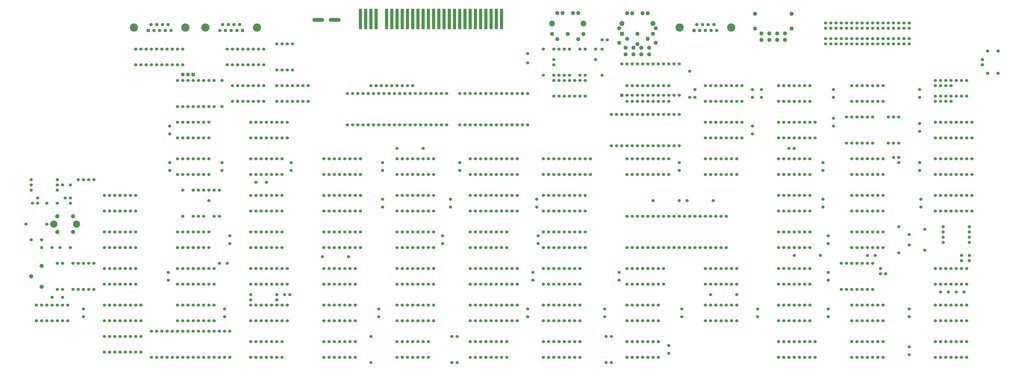
<source format=gbs>
%TF.GenerationSoftware,KiCad,Pcbnew,7.0.1-0*%
%TF.CreationDate,2023-04-04T14:40:02+03:00*%
%TF.ProjectId,HC2000,48433230-3030-42e6-9b69-6361645f7063,rev?*%
%TF.SameCoordinates,Original*%
%TF.FileFunction,Soldermask,Bot*%
%TF.FilePolarity,Negative*%
%FSLAX46Y46*%
G04 Gerber Fmt 4.6, Leading zero omitted, Abs format (unit mm)*
G04 Created by KiCad (PCBNEW 7.0.1-0) date 2023-04-04 14:40:02*
%MOMM*%
%LPD*%
G01*
G04 APERTURE LIST*
G04 Aperture macros list*
%AMRoundRect*
0 Rectangle with rounded corners*
0 $1 Rounding radius*
0 $2 $3 $4 $5 $6 $7 $8 $9 X,Y pos of 4 corners*
0 Add a 4 corners polygon primitive as box body*
4,1,4,$2,$3,$4,$5,$6,$7,$8,$9,$2,$3,0*
0 Add four circle primitives for the rounded corners*
1,1,$1+$1,$2,$3*
1,1,$1+$1,$4,$5*
1,1,$1+$1,$6,$7*
1,1,$1+$1,$8,$9*
0 Add four rect primitives between the rounded corners*
20,1,$1+$1,$2,$3,$4,$5,0*
20,1,$1+$1,$4,$5,$6,$7,0*
20,1,$1+$1,$6,$7,$8,$9,0*
20,1,$1+$1,$8,$9,$2,$3,0*%
G04 Aperture macros list end*
%ADD10C,1.524000*%
%ADD11C,2.794000*%
%ADD12C,1.948180*%
%ADD13RoundRect,0.381000X-0.381000X-4.619000X0.381000X-4.619000X0.381000X4.619000X-0.381000X4.619000X0*%
%ADD14R,1.800000X1.800000*%
%ADD15O,1.800000X1.800000*%
%ADD16C,4.000000*%
%ADD17R,1.600000X1.600000*%
%ADD18C,1.600000*%
%ADD19C,2.000000*%
%ADD20R,1.524000X1.524000*%
%ADD21C,2.397760*%
%ADD22R,1.948180X1.948180*%
%ADD23O,5.715000X1.905000*%
%ADD24C,3.500000*%
G04 APERTURE END LIST*
D10*
X523900000Y-153110000D03*
X523900000Y-165810000D03*
X275615000Y-193115000D03*
X275615000Y-196925000D03*
X506120000Y-236930000D03*
X506120000Y-224230000D03*
D11*
X373170000Y-107620000D03*
X357930000Y-107620000D03*
D12*
X357930000Y-112700000D03*
X365550000Y-112700000D03*
X373170000Y-112700000D03*
X360470000Y-115240000D03*
X370630000Y-115240000D03*
X370630000Y-102540000D03*
X368090000Y-102540000D03*
X363010000Y-102540000D03*
X360470000Y-102540000D03*
D10*
X155600000Y-127710000D03*
X158140000Y-127710000D03*
X160680000Y-127710000D03*
X163220000Y-127710000D03*
X165760000Y-127710000D03*
X168300000Y-127710000D03*
X170840000Y-127710000D03*
X173380000Y-127710000D03*
X175920000Y-127710000D03*
X178460000Y-127710000D03*
X178460000Y-120090000D03*
X175920000Y-120090000D03*
X173380000Y-120090000D03*
X170840000Y-120090000D03*
X168300000Y-120090000D03*
X165760000Y-120090000D03*
X163220000Y-120090000D03*
X160680000Y-120090000D03*
X158140000Y-120090000D03*
X155600000Y-120090000D03*
D12*
X390550000Y-109930000D03*
X390550000Y-117055000D03*
X408330000Y-109930000D03*
X408330000Y-117055000D03*
X393725000Y-119455000D03*
X393725000Y-122630000D03*
X397535000Y-119455000D03*
X397535000Y-122630000D03*
X401345000Y-119455000D03*
X401345000Y-122630000D03*
X405155000Y-119455000D03*
X405155000Y-122630000D03*
D10*
X193700000Y-201370000D03*
X193700000Y-188670000D03*
X282600000Y-234390000D03*
X285140000Y-234390000D03*
X287680000Y-234390000D03*
X290220000Y-234390000D03*
X292760000Y-234390000D03*
X295300000Y-234390000D03*
X297840000Y-234390000D03*
X300380000Y-234390000D03*
X300380000Y-226770000D03*
X297840000Y-226770000D03*
X295300000Y-226770000D03*
X292760000Y-226770000D03*
X290220000Y-226770000D03*
X287680000Y-226770000D03*
X285140000Y-226770000D03*
X282600000Y-226770000D03*
D13*
X264820000Y-105485000D03*
X267360000Y-105485000D03*
X269900000Y-105485000D03*
X272440000Y-105485000D03*
X277520000Y-105485000D03*
X280060000Y-105485000D03*
X282600000Y-105485000D03*
X285140000Y-105485000D03*
X287680000Y-105485000D03*
X290220000Y-105485000D03*
X292760000Y-105485000D03*
X295300000Y-105485000D03*
X297840000Y-105485000D03*
X300380000Y-105485000D03*
X302920000Y-105485000D03*
X305460000Y-105485000D03*
X308000000Y-105485000D03*
X310540000Y-105485000D03*
X313080000Y-105485000D03*
X315620000Y-105485000D03*
X318160000Y-105485000D03*
X320700000Y-105485000D03*
X323240000Y-105485000D03*
X325780000Y-105485000D03*
X328320000Y-105485000D03*
X330860000Y-105485000D03*
X333400000Y-105485000D03*
D10*
X503580000Y-224230000D03*
X503580000Y-236930000D03*
X197510000Y-135330000D03*
X197510000Y-148030000D03*
X414680000Y-264235000D03*
X414680000Y-268045000D03*
X231165000Y-175335000D03*
X231165000Y-179145000D03*
X503580000Y-145490000D03*
X506120000Y-145490000D03*
X508660000Y-145490000D03*
X511200000Y-145490000D03*
X513740000Y-145490000D03*
X516280000Y-145490000D03*
X518820000Y-145490000D03*
X518820000Y-137870000D03*
X516280000Y-137870000D03*
X513740000Y-137870000D03*
X511200000Y-137870000D03*
X508660000Y-137870000D03*
X506120000Y-137870000D03*
X503580000Y-137870000D03*
X432460000Y-163270000D03*
X435000000Y-163270000D03*
X437540000Y-163270000D03*
X440080000Y-163270000D03*
X442620000Y-163270000D03*
X445160000Y-163270000D03*
X447700000Y-163270000D03*
X450240000Y-163270000D03*
X450240000Y-155650000D03*
X447700000Y-155650000D03*
X445160000Y-155650000D03*
X442620000Y-155650000D03*
X440080000Y-155650000D03*
X437540000Y-155650000D03*
X435000000Y-155650000D03*
X432460000Y-155650000D03*
X171475000Y-228675000D03*
X171475000Y-232485000D03*
X107340000Y-252170000D03*
X109880000Y-252170000D03*
X112420000Y-252170000D03*
X114960000Y-252170000D03*
X117500000Y-252170000D03*
X120040000Y-252170000D03*
X122580000Y-252170000D03*
X122580000Y-244550000D03*
X120040000Y-244550000D03*
X117500000Y-244550000D03*
X114960000Y-244550000D03*
X112420000Y-244550000D03*
X109880000Y-244550000D03*
X107340000Y-244550000D03*
X513740000Y-236930000D03*
X513740000Y-224230000D03*
X231800000Y-117550000D03*
X231800000Y-130250000D03*
X247040000Y-181050000D03*
X249580000Y-181050000D03*
X252120000Y-181050000D03*
X254660000Y-181050000D03*
X257200000Y-181050000D03*
X259740000Y-181050000D03*
X262280000Y-181050000D03*
X264820000Y-181050000D03*
X264820000Y-173430000D03*
X262280000Y-173430000D03*
X259740000Y-173430000D03*
X257200000Y-173430000D03*
X254660000Y-173430000D03*
X252120000Y-173430000D03*
X249580000Y-173430000D03*
X247040000Y-173430000D03*
X175920000Y-181050000D03*
X178460000Y-181050000D03*
X181000000Y-181050000D03*
X183540000Y-181050000D03*
X186080000Y-181050000D03*
X188620000Y-181050000D03*
X191160000Y-181050000D03*
X191160000Y-173430000D03*
X188620000Y-173430000D03*
X186080000Y-173430000D03*
X183540000Y-173430000D03*
X181000000Y-173430000D03*
X178460000Y-173430000D03*
X175920000Y-173430000D03*
X175920000Y-269950000D03*
X175920000Y-257250000D03*
X211480000Y-234390000D03*
X214020000Y-234390000D03*
X216560000Y-234390000D03*
X219100000Y-234390000D03*
X221640000Y-234390000D03*
X224180000Y-234390000D03*
X226720000Y-234390000D03*
X229260000Y-234390000D03*
X229260000Y-226770000D03*
X226720000Y-226770000D03*
X224180000Y-226770000D03*
X221640000Y-226770000D03*
X219100000Y-226770000D03*
X216560000Y-226770000D03*
X214020000Y-226770000D03*
X211480000Y-226770000D03*
X457860000Y-246455000D03*
X457860000Y-250265000D03*
X394360000Y-181050000D03*
X396900000Y-181050000D03*
X399440000Y-181050000D03*
X401980000Y-181050000D03*
X404520000Y-181050000D03*
X407060000Y-181050000D03*
X409600000Y-181050000D03*
X412140000Y-181050000D03*
X414680000Y-181050000D03*
X414680000Y-173430000D03*
X412140000Y-173430000D03*
X409600000Y-173430000D03*
X407060000Y-173430000D03*
X404520000Y-173430000D03*
X401980000Y-173430000D03*
X399440000Y-173430000D03*
X396900000Y-173430000D03*
X394360000Y-173430000D03*
X503580000Y-181050000D03*
X506120000Y-181050000D03*
X508660000Y-181050000D03*
X511200000Y-181050000D03*
X513740000Y-181050000D03*
X516280000Y-181050000D03*
X518820000Y-181050000D03*
X518820000Y-173430000D03*
X516280000Y-173430000D03*
X513740000Y-173430000D03*
X511200000Y-173430000D03*
X508660000Y-173430000D03*
X506120000Y-173430000D03*
X503580000Y-173430000D03*
X193700000Y-148030000D03*
X193700000Y-135330000D03*
X558190000Y-238200000D03*
X554380000Y-238200000D03*
X201320000Y-257250000D03*
X201320000Y-269950000D03*
X186080000Y-201370000D03*
X186080000Y-188670000D03*
X135280000Y-224230000D03*
X135280000Y-236930000D03*
X247040000Y-216610000D03*
X249580000Y-216610000D03*
X252120000Y-216610000D03*
X254660000Y-216610000D03*
X257200000Y-216610000D03*
X259740000Y-216610000D03*
X262280000Y-216610000D03*
X264820000Y-216610000D03*
X264820000Y-208990000D03*
X262280000Y-208990000D03*
X259740000Y-208990000D03*
X257200000Y-208990000D03*
X254660000Y-208990000D03*
X252120000Y-208990000D03*
X249580000Y-208990000D03*
X247040000Y-208990000D03*
X165760000Y-269950000D03*
X165760000Y-257250000D03*
X308635000Y-193115000D03*
X308635000Y-196925000D03*
X168300000Y-269950000D03*
X168300000Y-257250000D03*
X175920000Y-135330000D03*
X175920000Y-148030000D03*
X394360000Y-216610000D03*
X396900000Y-216610000D03*
X399440000Y-216610000D03*
X401980000Y-216610000D03*
X404520000Y-216610000D03*
X407060000Y-216610000D03*
X409600000Y-216610000D03*
X412140000Y-216610000D03*
X414680000Y-216610000D03*
X417220000Y-216610000D03*
X419760000Y-216610000D03*
X422300000Y-216610000D03*
X424840000Y-216610000D03*
X427380000Y-216610000D03*
X429920000Y-216610000D03*
X432460000Y-216610000D03*
X435000000Y-216610000D03*
X437540000Y-216610000D03*
X440080000Y-216610000D03*
X442620000Y-216610000D03*
X442620000Y-201370000D03*
X440080000Y-201370000D03*
X437540000Y-201370000D03*
X435000000Y-201370000D03*
X432460000Y-201370000D03*
X429920000Y-201370000D03*
X427380000Y-201370000D03*
X424840000Y-201370000D03*
X422300000Y-201370000D03*
X419760000Y-201370000D03*
X417220000Y-201370000D03*
X414680000Y-201370000D03*
X412140000Y-201370000D03*
X409600000Y-201370000D03*
X407060000Y-201370000D03*
X404520000Y-201370000D03*
X401980000Y-201370000D03*
X399440000Y-201370000D03*
X396900000Y-201370000D03*
X394360000Y-201370000D03*
X455320000Y-139775000D03*
X455320000Y-143585000D03*
X517550000Y-226770000D03*
X517550000Y-229310000D03*
X520090000Y-229310000D03*
X560730000Y-214070000D03*
X548030000Y-214070000D03*
X224180000Y-145490000D03*
X226720000Y-145490000D03*
X229260000Y-145490000D03*
X231800000Y-145490000D03*
X234340000Y-145490000D03*
X236880000Y-145490000D03*
X239420000Y-145490000D03*
X239420000Y-137870000D03*
X236880000Y-137870000D03*
X234340000Y-137870000D03*
X231800000Y-137870000D03*
X229260000Y-137870000D03*
X226720000Y-137870000D03*
X224180000Y-137870000D03*
D14*
X183540000Y-132415000D03*
D15*
X181000000Y-132415000D03*
X178460000Y-132415000D03*
D10*
X120040000Y-224230000D03*
X120040000Y-236930000D03*
X358800000Y-142950000D03*
X361340000Y-142950000D03*
X363880000Y-142950000D03*
X366420000Y-142950000D03*
X368960000Y-142950000D03*
X371500000Y-142950000D03*
X374040000Y-142950000D03*
X374040000Y-135330000D03*
X371500000Y-135330000D03*
X368960000Y-135330000D03*
X366420000Y-135330000D03*
X363880000Y-135330000D03*
X361340000Y-135330000D03*
X358800000Y-135330000D03*
X353720000Y-252170000D03*
X356260000Y-252170000D03*
X358800000Y-252170000D03*
X361340000Y-252170000D03*
X363880000Y-252170000D03*
X366420000Y-252170000D03*
X368960000Y-252170000D03*
X371500000Y-252170000D03*
X371500000Y-244550000D03*
X368960000Y-244550000D03*
X366420000Y-244550000D03*
X363880000Y-244550000D03*
X361340000Y-244550000D03*
X358800000Y-244550000D03*
X356260000Y-244550000D03*
X353720000Y-244550000D03*
X247040000Y-252170000D03*
X249580000Y-252170000D03*
X252120000Y-252170000D03*
X254660000Y-252170000D03*
X257200000Y-252170000D03*
X259740000Y-252170000D03*
X262280000Y-252170000D03*
X262280000Y-244550000D03*
X259740000Y-244550000D03*
X257200000Y-244550000D03*
X254660000Y-244550000D03*
X252120000Y-244550000D03*
X249580000Y-244550000D03*
X247040000Y-244550000D03*
X544220000Y-163270000D03*
X546760000Y-163270000D03*
X549300000Y-163270000D03*
X551840000Y-163270000D03*
X554380000Y-163270000D03*
X556920000Y-163270000D03*
X559460000Y-163270000D03*
X562000000Y-163270000D03*
X562000000Y-155650000D03*
X559460000Y-155650000D03*
X556920000Y-155650000D03*
X554380000Y-155650000D03*
X551840000Y-155650000D03*
X549300000Y-155650000D03*
X546760000Y-155650000D03*
X544220000Y-155650000D03*
D16*
X214500000Y-109580000D03*
X189500000Y-109580000D03*
D17*
X207540000Y-111000000D03*
D18*
X204770000Y-111000000D03*
X202000000Y-111000000D03*
X199230000Y-111000000D03*
X196460000Y-111000000D03*
X206155000Y-108160000D03*
X203385000Y-108160000D03*
X200615000Y-108160000D03*
X197845000Y-108160000D03*
D10*
X503580000Y-269950000D03*
X506120000Y-269950000D03*
X508660000Y-269950000D03*
X511200000Y-269950000D03*
X513740000Y-269950000D03*
X516280000Y-269950000D03*
X518820000Y-269950000D03*
X518820000Y-262330000D03*
X516280000Y-262330000D03*
X513740000Y-262330000D03*
X511200000Y-262330000D03*
X508660000Y-262330000D03*
X506120000Y-262330000D03*
X503580000Y-262330000D03*
X282600000Y-198830000D03*
X285140000Y-198830000D03*
X287680000Y-198830000D03*
X290220000Y-198830000D03*
X292760000Y-198830000D03*
X295300000Y-198830000D03*
X297840000Y-198830000D03*
X300380000Y-198830000D03*
X300380000Y-191210000D03*
X297840000Y-191210000D03*
X295300000Y-191210000D03*
X292760000Y-191210000D03*
X290220000Y-191210000D03*
X287680000Y-191210000D03*
X285140000Y-191210000D03*
X282600000Y-191210000D03*
X351180000Y-210895000D03*
X351180000Y-214705000D03*
X140360000Y-234390000D03*
X142900000Y-234390000D03*
X145440000Y-234390000D03*
X147980000Y-234390000D03*
X150520000Y-234390000D03*
X153060000Y-234390000D03*
X155600000Y-234390000D03*
X155600000Y-226770000D03*
X153060000Y-226770000D03*
X150520000Y-226770000D03*
X147980000Y-226770000D03*
X145440000Y-226770000D03*
X142900000Y-226770000D03*
X140360000Y-226770000D03*
X511200000Y-220420000D03*
X515010000Y-220420000D03*
X175920000Y-163270000D03*
X178460000Y-163270000D03*
X181000000Y-163270000D03*
X183540000Y-163270000D03*
X186080000Y-163270000D03*
X188620000Y-163270000D03*
X191160000Y-163270000D03*
X191160000Y-155650000D03*
X188620000Y-155650000D03*
X186080000Y-155650000D03*
X183540000Y-155650000D03*
X181000000Y-155650000D03*
X178460000Y-155650000D03*
X175920000Y-155650000D03*
D19*
X109880000Y-225500000D03*
X104800000Y-230580000D03*
X109880000Y-235660000D03*
D10*
X275615000Y-175335000D03*
X275615000Y-179145000D03*
X560730000Y-211530000D03*
X548030000Y-211530000D03*
X427380000Y-139775000D03*
X427380000Y-143585000D03*
X503580000Y-198830000D03*
X506120000Y-198830000D03*
X508660000Y-198830000D03*
X511200000Y-198830000D03*
X513740000Y-198830000D03*
X516280000Y-198830000D03*
X518820000Y-198830000D03*
X518820000Y-191210000D03*
X516280000Y-191210000D03*
X513740000Y-191210000D03*
X511200000Y-191210000D03*
X508660000Y-191210000D03*
X506120000Y-191210000D03*
X503580000Y-191210000D03*
X353720000Y-198830000D03*
X356260000Y-198830000D03*
X358800000Y-198830000D03*
X361340000Y-198830000D03*
X363880000Y-198830000D03*
X366420000Y-198830000D03*
X368960000Y-198830000D03*
X371500000Y-198830000D03*
X374040000Y-198830000D03*
X374040000Y-191210000D03*
X371500000Y-191210000D03*
X368960000Y-191210000D03*
X366420000Y-191210000D03*
X363880000Y-191210000D03*
X361340000Y-191210000D03*
X358800000Y-191210000D03*
X356260000Y-191210000D03*
X353720000Y-191210000D03*
X186080000Y-148030000D03*
X186080000Y-135330000D03*
X371500000Y-132790000D03*
X371500000Y-120090000D03*
X117500000Y-186130000D03*
X104800000Y-186130000D03*
X548030000Y-206450000D03*
X560730000Y-206450000D03*
X211480000Y-181050000D03*
X214020000Y-181050000D03*
X216560000Y-181050000D03*
X219100000Y-181050000D03*
X221640000Y-181050000D03*
X224180000Y-181050000D03*
X226720000Y-181050000D03*
X226720000Y-173430000D03*
X224180000Y-173430000D03*
X221640000Y-173430000D03*
X219100000Y-173430000D03*
X216560000Y-173430000D03*
X214020000Y-173430000D03*
X211480000Y-173430000D03*
D20*
X391820000Y-142560000D03*
D10*
X394360000Y-142560000D03*
X396900000Y-142560000D03*
X399440000Y-142560000D03*
X401980000Y-142560000D03*
X404520000Y-142560000D03*
X407060000Y-142560000D03*
X409600000Y-142560000D03*
X412140000Y-142560000D03*
X414680000Y-142560000D03*
X417220000Y-142560000D03*
X419760000Y-142560000D03*
X419760000Y-127320000D03*
X417220000Y-127320000D03*
X414680000Y-127320000D03*
X412140000Y-127320000D03*
X409600000Y-127320000D03*
X407060000Y-127320000D03*
X404520000Y-127320000D03*
X401980000Y-127320000D03*
X399440000Y-127320000D03*
X396900000Y-127320000D03*
X394360000Y-127320000D03*
X391820000Y-127320000D03*
X309270000Y-259790000D03*
X309270000Y-272490000D03*
X318160000Y-234390000D03*
X320700000Y-234390000D03*
X323240000Y-234390000D03*
X325780000Y-234390000D03*
X328320000Y-234390000D03*
X330860000Y-234390000D03*
X333400000Y-234390000D03*
X335940000Y-234390000D03*
X338480000Y-234390000D03*
X341020000Y-234390000D03*
X341020000Y-226770000D03*
X338480000Y-226770000D03*
X335940000Y-226770000D03*
X333400000Y-226770000D03*
X330860000Y-226770000D03*
X328320000Y-226770000D03*
X325780000Y-226770000D03*
X323240000Y-226770000D03*
X320700000Y-226770000D03*
X318160000Y-226770000D03*
D21*
X406938080Y-107620000D03*
X391941920Y-107620000D03*
D22*
X391941920Y-112618720D03*
D12*
X394441280Y-115118080D03*
X399440000Y-112618720D03*
X404438720Y-115118080D03*
X406938080Y-112618720D03*
X399440000Y-117619980D03*
X404438720Y-102621280D03*
X401939360Y-102621280D03*
X396940640Y-102621280D03*
X394441280Y-102621280D03*
D10*
X531520000Y-107390000D03*
X531520000Y-109930000D03*
X528980000Y-107390000D03*
X528980000Y-109930000D03*
X526440000Y-107390000D03*
X526440000Y-109930000D03*
X523900000Y-107390000D03*
X523900000Y-109930000D03*
X521360000Y-107390000D03*
X521360000Y-109930000D03*
X518820000Y-107390000D03*
X518820000Y-109930000D03*
X516280000Y-107390000D03*
X516280000Y-109930000D03*
X513740000Y-107390000D03*
X513740000Y-109930000D03*
X511200000Y-107390000D03*
X511200000Y-109930000D03*
X508660000Y-107390000D03*
X508660000Y-109930000D03*
X506120000Y-107390000D03*
X506120000Y-109930000D03*
X503580000Y-107390000D03*
X503580000Y-109930000D03*
X501040000Y-107390000D03*
X501040000Y-109930000D03*
X498500000Y-107390000D03*
X498500000Y-109930000D03*
X495960000Y-107390000D03*
X495960000Y-109930000D03*
X493420000Y-107390000D03*
X493420000Y-109930000D03*
X490880000Y-107390000D03*
X490880000Y-109930000D03*
X140360000Y-216610000D03*
X142900000Y-216610000D03*
X145440000Y-216610000D03*
X147980000Y-216610000D03*
X150520000Y-216610000D03*
X153060000Y-216610000D03*
X155600000Y-216610000D03*
X155600000Y-208990000D03*
X153060000Y-208990000D03*
X150520000Y-208990000D03*
X147980000Y-208990000D03*
X145440000Y-208990000D03*
X142900000Y-208990000D03*
X140360000Y-208990000D03*
X224180000Y-242010000D03*
X211480000Y-242010000D03*
X191160000Y-193750000D03*
X191160000Y-188670000D03*
X140360000Y-252170000D03*
X142900000Y-252170000D03*
X145440000Y-252170000D03*
X147980000Y-252170000D03*
X150520000Y-252170000D03*
X153060000Y-252170000D03*
X155600000Y-252170000D03*
X158140000Y-252170000D03*
X158140000Y-244550000D03*
X155600000Y-244550000D03*
X153060000Y-244550000D03*
X150520000Y-244550000D03*
X147980000Y-244550000D03*
X145440000Y-244550000D03*
X142900000Y-244550000D03*
X140360000Y-244550000D03*
X353720000Y-269950000D03*
X356260000Y-269950000D03*
X358800000Y-269950000D03*
X361340000Y-269950000D03*
X363880000Y-269950000D03*
X366420000Y-269950000D03*
X368960000Y-269950000D03*
X371500000Y-269950000D03*
X371500000Y-262330000D03*
X368960000Y-262330000D03*
X366420000Y-262330000D03*
X363880000Y-262330000D03*
X361340000Y-262330000D03*
X358800000Y-262330000D03*
X356260000Y-262330000D03*
X353720000Y-262330000D03*
X311810000Y-272490000D03*
X311810000Y-259790000D03*
X501040000Y-165810000D03*
X501040000Y-153110000D03*
X117500000Y-195020000D03*
X112420000Y-195020000D03*
X219100000Y-184860000D03*
X214020000Y-184860000D03*
X181000000Y-257250000D03*
X181000000Y-269950000D03*
X394360000Y-252170000D03*
X396900000Y-252170000D03*
X399440000Y-252170000D03*
X401980000Y-252170000D03*
X404520000Y-252170000D03*
X407060000Y-252170000D03*
X409600000Y-252170000D03*
X409600000Y-244550000D03*
X407060000Y-244550000D03*
X404520000Y-244550000D03*
X401980000Y-244550000D03*
X399440000Y-244550000D03*
X396900000Y-244550000D03*
X394360000Y-244550000D03*
X196240000Y-201370000D03*
X196240000Y-188670000D03*
X503580000Y-165810000D03*
X503580000Y-153110000D03*
X175920000Y-216610000D03*
X178460000Y-216610000D03*
X181000000Y-216610000D03*
X183540000Y-216610000D03*
X186080000Y-216610000D03*
X188620000Y-216610000D03*
X191160000Y-216610000D03*
X191160000Y-208990000D03*
X188620000Y-208990000D03*
X186080000Y-208990000D03*
X183540000Y-208990000D03*
X181000000Y-208990000D03*
X178460000Y-208990000D03*
X175920000Y-208990000D03*
X468020000Y-198830000D03*
X470560000Y-198830000D03*
X473100000Y-198830000D03*
X475640000Y-198830000D03*
X478180000Y-198830000D03*
X480720000Y-198830000D03*
X483260000Y-198830000D03*
X483260000Y-191210000D03*
X480720000Y-191210000D03*
X478180000Y-191210000D03*
X475640000Y-191210000D03*
X473100000Y-191210000D03*
X470560000Y-191210000D03*
X468020000Y-191210000D03*
X163220000Y-269950000D03*
X163220000Y-257250000D03*
X269900000Y-259790000D03*
X269900000Y-272490000D03*
X546760000Y-238200000D03*
X550570000Y-238200000D03*
X526440000Y-153110000D03*
X526440000Y-165810000D03*
X536600000Y-139775000D03*
X536600000Y-143585000D03*
X200050000Y-224230000D03*
X196240000Y-224230000D03*
X175920000Y-252170000D03*
X178460000Y-252170000D03*
X181000000Y-252170000D03*
X183540000Y-252170000D03*
X186080000Y-252170000D03*
X188620000Y-252170000D03*
X191160000Y-252170000D03*
X193700000Y-252170000D03*
X193700000Y-244550000D03*
X191160000Y-244550000D03*
X188620000Y-244550000D03*
X186080000Y-244550000D03*
X183540000Y-244550000D03*
X181000000Y-244550000D03*
X178460000Y-244550000D03*
X175920000Y-244550000D03*
X313080000Y-156920000D03*
X315620000Y-156920000D03*
X318160000Y-156920000D03*
X320700000Y-156920000D03*
X323240000Y-156920000D03*
X325780000Y-156920000D03*
X328320000Y-156920000D03*
X330860000Y-156920000D03*
X333400000Y-156920000D03*
X335940000Y-156920000D03*
X338480000Y-156920000D03*
X341020000Y-156920000D03*
X343560000Y-156920000D03*
X346100000Y-156920000D03*
X346100000Y-141680000D03*
X343560000Y-141680000D03*
X341020000Y-141680000D03*
X338480000Y-141680000D03*
X335940000Y-141680000D03*
X333400000Y-141680000D03*
X330860000Y-141680000D03*
X328320000Y-141680000D03*
X325780000Y-141680000D03*
X323240000Y-141680000D03*
X320700000Y-141680000D03*
X318160000Y-141680000D03*
X315620000Y-141680000D03*
X313080000Y-141680000D03*
X424840000Y-143585000D03*
X424840000Y-130885000D03*
X468020000Y-252170000D03*
X470560000Y-252170000D03*
X473100000Y-252170000D03*
X475640000Y-252170000D03*
X478180000Y-252170000D03*
X480720000Y-252170000D03*
X483260000Y-252170000D03*
X483260000Y-244550000D03*
X480720000Y-244550000D03*
X478180000Y-244550000D03*
X475640000Y-244550000D03*
X473100000Y-244550000D03*
X470560000Y-244550000D03*
X468020000Y-244550000D03*
X211480000Y-163270000D03*
X214020000Y-163270000D03*
X216560000Y-163270000D03*
X219100000Y-163270000D03*
X221640000Y-163270000D03*
X224180000Y-163270000D03*
X226720000Y-163270000D03*
X229260000Y-163270000D03*
X229260000Y-155650000D03*
X226720000Y-155650000D03*
X224180000Y-155650000D03*
X221640000Y-155650000D03*
X219100000Y-155650000D03*
X216560000Y-155650000D03*
X214020000Y-155650000D03*
X211480000Y-155650000D03*
X125120000Y-224230000D03*
X125120000Y-236930000D03*
X506120000Y-165810000D03*
X506120000Y-153110000D03*
X348640000Y-228675000D03*
X348640000Y-232485000D03*
X501040000Y-236930000D03*
X501040000Y-224230000D03*
X548030000Y-208990000D03*
X560730000Y-208990000D03*
X172110000Y-157555000D03*
X172110000Y-161365000D03*
X211480000Y-269950000D03*
X214020000Y-269950000D03*
X216560000Y-269950000D03*
X219100000Y-269950000D03*
X221640000Y-269950000D03*
X224180000Y-269950000D03*
X226720000Y-269950000D03*
X226720000Y-262330000D03*
X224180000Y-262330000D03*
X221640000Y-262330000D03*
X219100000Y-262330000D03*
X216560000Y-262330000D03*
X214020000Y-262330000D03*
X211480000Y-262330000D03*
X492150000Y-228675000D03*
X492150000Y-232485000D03*
X346100000Y-122312500D03*
X346100000Y-126757500D03*
X531520000Y-215340000D03*
X531520000Y-210260000D03*
X539140000Y-207720000D03*
X539140000Y-217880000D03*
X382295000Y-132790000D03*
X382295000Y-120090000D03*
X173380000Y-269950000D03*
X173380000Y-257250000D03*
X120040000Y-240740000D03*
X114960000Y-240740000D03*
X544220000Y-252170000D03*
X546760000Y-252170000D03*
X549300000Y-252170000D03*
X551840000Y-252170000D03*
X554380000Y-252170000D03*
X556920000Y-252170000D03*
X559460000Y-252170000D03*
X559460000Y-244550000D03*
X556920000Y-244550000D03*
X554380000Y-244550000D03*
X551840000Y-244550000D03*
X549300000Y-244550000D03*
X546760000Y-244550000D03*
X544220000Y-244550000D03*
X295300000Y-168350000D03*
X282600000Y-168350000D03*
X353720000Y-181050000D03*
X356260000Y-181050000D03*
X358800000Y-181050000D03*
X361340000Y-181050000D03*
X363880000Y-181050000D03*
X366420000Y-181050000D03*
X368960000Y-181050000D03*
X371500000Y-181050000D03*
X374040000Y-181050000D03*
X376580000Y-181050000D03*
X376580000Y-173430000D03*
X374040000Y-173430000D03*
X371500000Y-173430000D03*
X368960000Y-173430000D03*
X366420000Y-173430000D03*
X363880000Y-173430000D03*
X361340000Y-173430000D03*
X358800000Y-173430000D03*
X356260000Y-173430000D03*
X353720000Y-173430000D03*
X181000000Y-148030000D03*
X181000000Y-135330000D03*
X531520000Y-115010000D03*
X531520000Y-117550000D03*
X528980000Y-115010000D03*
X528980000Y-117550000D03*
X526440000Y-115010000D03*
X526440000Y-117550000D03*
X523900000Y-115010000D03*
X523900000Y-117550000D03*
X521360000Y-115010000D03*
X521360000Y-117550000D03*
X518820000Y-115010000D03*
X518820000Y-117550000D03*
X516280000Y-115010000D03*
X516280000Y-117550000D03*
X513740000Y-115010000D03*
X513740000Y-117550000D03*
X511200000Y-115010000D03*
X511200000Y-117550000D03*
X508660000Y-115010000D03*
X508660000Y-117550000D03*
X506120000Y-115010000D03*
X506120000Y-117550000D03*
X503580000Y-115010000D03*
X503580000Y-117550000D03*
X501040000Y-115010000D03*
X501040000Y-117550000D03*
X498500000Y-115010000D03*
X498500000Y-117550000D03*
X495960000Y-115010000D03*
X495960000Y-117550000D03*
X493420000Y-115010000D03*
X493420000Y-117550000D03*
X490880000Y-115010000D03*
X490880000Y-117550000D03*
X468020000Y-181050000D03*
X470560000Y-181050000D03*
X473100000Y-181050000D03*
X475640000Y-181050000D03*
X478180000Y-181050000D03*
X480720000Y-181050000D03*
X483260000Y-181050000D03*
X483260000Y-173430000D03*
X480720000Y-173430000D03*
X478180000Y-173430000D03*
X475640000Y-173430000D03*
X473100000Y-173430000D03*
X470560000Y-173430000D03*
X468020000Y-173430000D03*
X492150000Y-246455000D03*
X492150000Y-250265000D03*
X123850000Y-195020000D03*
X123850000Y-192480000D03*
X121310000Y-192480000D03*
X140360000Y-267410000D03*
X142900000Y-267410000D03*
X145440000Y-267410000D03*
X147980000Y-267410000D03*
X150520000Y-267410000D03*
X153060000Y-267410000D03*
X155600000Y-267410000D03*
X158140000Y-267410000D03*
X158140000Y-259790000D03*
X155600000Y-259790000D03*
X153060000Y-259790000D03*
X150520000Y-259790000D03*
X147980000Y-259790000D03*
X145440000Y-259790000D03*
X142900000Y-259790000D03*
X140360000Y-259790000D03*
X544220000Y-198830000D03*
X546760000Y-198830000D03*
X549300000Y-198830000D03*
X551840000Y-198830000D03*
X554380000Y-198830000D03*
X556920000Y-198830000D03*
X559460000Y-198830000D03*
X562000000Y-198830000D03*
X562000000Y-191210000D03*
X559460000Y-191210000D03*
X556920000Y-191210000D03*
X554380000Y-191210000D03*
X551840000Y-191210000D03*
X549300000Y-191210000D03*
X546760000Y-191210000D03*
X544220000Y-191210000D03*
X498500000Y-224230000D03*
X498500000Y-236930000D03*
X374040000Y-120090000D03*
X374040000Y-132790000D03*
X366420000Y-132790000D03*
X366420000Y-120090000D03*
X511200000Y-236930000D03*
X511200000Y-224230000D03*
X117500000Y-236930000D03*
X117500000Y-224230000D03*
X318160000Y-216610000D03*
X320700000Y-216610000D03*
X323240000Y-216610000D03*
X325780000Y-216610000D03*
X328320000Y-216610000D03*
X330860000Y-216610000D03*
X333400000Y-216610000D03*
X335940000Y-216610000D03*
X335940000Y-208990000D03*
X333400000Y-208990000D03*
X330860000Y-208990000D03*
X328320000Y-208990000D03*
X325780000Y-208990000D03*
X323240000Y-208990000D03*
X320700000Y-208990000D03*
X318160000Y-208990000D03*
D18*
X574700000Y-121040000D03*
X569620000Y-121040000D03*
X574700000Y-131840000D03*
X569620000Y-131840000D03*
X567080000Y-125170000D03*
X567080000Y-127710000D03*
D10*
X198780000Y-257250000D03*
X198780000Y-269950000D03*
X211480000Y-216610000D03*
X214020000Y-216610000D03*
X216560000Y-216610000D03*
X219100000Y-216610000D03*
X221640000Y-216610000D03*
X224180000Y-216610000D03*
X226720000Y-216610000D03*
X226720000Y-208990000D03*
X224180000Y-208990000D03*
X221640000Y-208990000D03*
X219100000Y-208990000D03*
X216560000Y-208990000D03*
X214020000Y-208990000D03*
X211480000Y-208990000D03*
X513740000Y-153110000D03*
X513740000Y-165810000D03*
X258470000Y-156920000D03*
X261010000Y-156920000D03*
X263550000Y-156920000D03*
X266090000Y-156920000D03*
X268630000Y-156920000D03*
X271170000Y-156920000D03*
X273710000Y-156920000D03*
X276250000Y-156920000D03*
X278790000Y-156920000D03*
X281330000Y-156920000D03*
X283870000Y-156920000D03*
X286410000Y-156920000D03*
X288950000Y-156920000D03*
X291490000Y-156920000D03*
X294030000Y-156920000D03*
X296570000Y-156920000D03*
X299110000Y-156920000D03*
X301650000Y-156920000D03*
X304190000Y-156920000D03*
X306730000Y-156920000D03*
X306730000Y-141680000D03*
X304190000Y-141680000D03*
X301650000Y-141680000D03*
X299110000Y-141680000D03*
X296570000Y-141680000D03*
X294030000Y-141680000D03*
X291490000Y-141680000D03*
X288950000Y-141680000D03*
X286410000Y-141680000D03*
X283870000Y-141680000D03*
X281330000Y-141680000D03*
X278790000Y-141680000D03*
X276250000Y-141680000D03*
X273710000Y-141680000D03*
X271170000Y-141680000D03*
X268630000Y-141680000D03*
X266090000Y-141680000D03*
X263550000Y-141680000D03*
X261010000Y-141680000D03*
X258470000Y-141680000D03*
X468020000Y-216610000D03*
X470560000Y-216610000D03*
X473100000Y-216610000D03*
X475640000Y-216610000D03*
X478180000Y-216610000D03*
X480720000Y-216610000D03*
X483260000Y-216610000D03*
X483260000Y-208990000D03*
X480720000Y-208990000D03*
X478180000Y-208990000D03*
X475640000Y-208990000D03*
X473100000Y-208990000D03*
X470560000Y-208990000D03*
X468020000Y-208990000D03*
X318160000Y-198830000D03*
X320700000Y-198830000D03*
X323240000Y-198830000D03*
X325780000Y-198830000D03*
X328320000Y-198830000D03*
X330860000Y-198830000D03*
X333400000Y-198830000D03*
X335940000Y-198830000D03*
X338480000Y-198830000D03*
X341020000Y-198830000D03*
X341020000Y-191210000D03*
X338480000Y-191210000D03*
X335940000Y-191210000D03*
X333400000Y-191210000D03*
X330860000Y-191210000D03*
X328320000Y-191210000D03*
X325780000Y-191210000D03*
X323240000Y-191210000D03*
X320700000Y-191210000D03*
X318160000Y-191210000D03*
X247040000Y-198830000D03*
X249580000Y-198830000D03*
X252120000Y-198830000D03*
X254660000Y-198830000D03*
X257200000Y-198830000D03*
X259740000Y-198830000D03*
X262280000Y-198830000D03*
X264820000Y-198830000D03*
X264820000Y-191210000D03*
X262280000Y-191210000D03*
X259740000Y-191210000D03*
X257200000Y-191210000D03*
X254660000Y-191210000D03*
X252120000Y-191210000D03*
X249580000Y-191210000D03*
X247040000Y-191210000D03*
X191160000Y-269950000D03*
X191160000Y-257250000D03*
X353720000Y-216610000D03*
X356260000Y-216610000D03*
X358800000Y-216610000D03*
X361340000Y-216610000D03*
X363880000Y-216610000D03*
X366420000Y-216610000D03*
X368960000Y-216610000D03*
X371500000Y-216610000D03*
X374040000Y-216610000D03*
X374040000Y-208990000D03*
X371500000Y-208990000D03*
X368960000Y-208990000D03*
X366420000Y-208990000D03*
X363880000Y-208990000D03*
X361340000Y-208990000D03*
X358800000Y-208990000D03*
X356260000Y-208990000D03*
X353720000Y-208990000D03*
X183540000Y-188670000D03*
X183540000Y-201370000D03*
X475640000Y-168350000D03*
X473100000Y-168350000D03*
D23*
X244310000Y-105900000D03*
X252310000Y-105900000D03*
D10*
X489610000Y-175335000D03*
X489610000Y-179145000D03*
X197510000Y-175335000D03*
X197510000Y-179145000D03*
X526440000Y-219150000D03*
X526440000Y-206450000D03*
X193700000Y-269950000D03*
X193700000Y-257250000D03*
X282600000Y-181050000D03*
X285140000Y-181050000D03*
X287680000Y-181050000D03*
X290220000Y-181050000D03*
X292760000Y-181050000D03*
X295300000Y-181050000D03*
X297840000Y-181050000D03*
X300380000Y-181050000D03*
X300380000Y-173430000D03*
X297840000Y-173430000D03*
X295300000Y-173430000D03*
X292760000Y-173430000D03*
X290220000Y-173430000D03*
X287680000Y-173430000D03*
X285140000Y-173430000D03*
X282600000Y-173430000D03*
D19*
X125120000Y-201370000D03*
X125120000Y-208990000D03*
X117500000Y-208990000D03*
X117500000Y-201370000D03*
D24*
X115810000Y-205180000D03*
X126810000Y-205180000D03*
D10*
X304825000Y-210895000D03*
X304825000Y-214705000D03*
X536600000Y-175335000D03*
X536600000Y-179145000D03*
X492150000Y-210895000D03*
X492150000Y-214705000D03*
X526440000Y-175335000D03*
X526440000Y-172795000D03*
X523900000Y-172795000D03*
X544220000Y-142950000D03*
X546760000Y-142950000D03*
X549300000Y-142950000D03*
X551840000Y-142950000D03*
X554380000Y-142950000D03*
X556920000Y-142950000D03*
X559460000Y-142950000D03*
X559460000Y-135330000D03*
X556920000Y-135330000D03*
X554380000Y-135330000D03*
X551840000Y-135330000D03*
X549300000Y-135330000D03*
X546760000Y-135330000D03*
X544220000Y-135330000D03*
X537235000Y-193115000D03*
X537235000Y-196925000D03*
X556920000Y-220420000D03*
X560730000Y-220420000D03*
X494690000Y-157555000D03*
X494690000Y-153745000D03*
X227990000Y-239440000D03*
X230530000Y-239440000D03*
X407060000Y-193750000D03*
X419760000Y-193750000D03*
X201320000Y-210895000D03*
X201320000Y-214705000D03*
X130200000Y-236930000D03*
X130200000Y-224230000D03*
X211480000Y-198830000D03*
X214020000Y-198830000D03*
X216560000Y-198830000D03*
X219100000Y-198830000D03*
X221640000Y-198830000D03*
X224180000Y-198830000D03*
X226720000Y-198830000D03*
X226720000Y-191210000D03*
X224180000Y-191210000D03*
X221640000Y-191210000D03*
X219100000Y-191210000D03*
X216560000Y-191210000D03*
X214020000Y-191210000D03*
X211480000Y-191210000D03*
X536600000Y-156285000D03*
X536600000Y-160095000D03*
X468020000Y-234390000D03*
X470560000Y-234390000D03*
X473100000Y-234390000D03*
X475640000Y-234390000D03*
X478180000Y-234390000D03*
X480720000Y-234390000D03*
X483260000Y-234390000D03*
X483260000Y-226770000D03*
X480720000Y-226770000D03*
X478180000Y-226770000D03*
X475640000Y-226770000D03*
X473100000Y-226770000D03*
X470560000Y-226770000D03*
X468020000Y-226770000D03*
X489610000Y-193115000D03*
X489610000Y-196925000D03*
X361340000Y-132790000D03*
X361340000Y-120090000D03*
D16*
X444960000Y-109580000D03*
X419960000Y-109580000D03*
D17*
X426920000Y-111000000D03*
D18*
X429690000Y-111000000D03*
X432460000Y-111000000D03*
X435230000Y-111000000D03*
X438000000Y-111000000D03*
X428305000Y-108160000D03*
X431075000Y-108160000D03*
X433845000Y-108160000D03*
X436615000Y-108160000D03*
D10*
X117500000Y-188670000D03*
X104800000Y-188670000D03*
X269900000Y-137870000D03*
X272440000Y-137870000D03*
X274980000Y-137870000D03*
X277520000Y-137870000D03*
X280060000Y-137870000D03*
X282600000Y-137870000D03*
X285140000Y-137870000D03*
X287680000Y-137870000D03*
X290220000Y-137870000D03*
X383565000Y-246455000D03*
X383565000Y-250265000D03*
X130200000Y-246455000D03*
X130200000Y-250265000D03*
X544220000Y-181050000D03*
X546760000Y-181050000D03*
X549300000Y-181050000D03*
X551840000Y-181050000D03*
X554380000Y-181050000D03*
X556920000Y-181050000D03*
X559460000Y-181050000D03*
X562000000Y-181050000D03*
X562000000Y-173430000D03*
X559460000Y-173430000D03*
X556920000Y-173430000D03*
X554380000Y-173430000D03*
X551840000Y-173430000D03*
X549300000Y-173430000D03*
X546760000Y-173430000D03*
X544220000Y-173430000D03*
X178460000Y-148030000D03*
X178460000Y-135330000D03*
X282600000Y-252170000D03*
X285140000Y-252170000D03*
X287680000Y-252170000D03*
X290220000Y-252170000D03*
X292760000Y-252170000D03*
X295300000Y-252170000D03*
X297840000Y-252170000D03*
X300380000Y-252170000D03*
X300380000Y-244550000D03*
X297840000Y-244550000D03*
X295300000Y-244550000D03*
X292760000Y-244550000D03*
X290220000Y-244550000D03*
X287680000Y-244550000D03*
X285140000Y-244550000D03*
X282600000Y-244550000D03*
X170840000Y-269950000D03*
X170840000Y-257250000D03*
X183540000Y-257250000D03*
X183540000Y-269950000D03*
X386740000Y-167080000D03*
X389280000Y-167080000D03*
X391820000Y-167080000D03*
X394360000Y-167080000D03*
X396900000Y-167080000D03*
X399440000Y-167080000D03*
X401980000Y-167080000D03*
X404520000Y-167080000D03*
X407060000Y-167080000D03*
X409600000Y-167080000D03*
X412140000Y-167080000D03*
X414680000Y-167080000D03*
X417220000Y-167080000D03*
X419760000Y-167080000D03*
X419760000Y-151840000D03*
X417220000Y-151840000D03*
X414680000Y-151840000D03*
X412140000Y-151840000D03*
X409600000Y-151840000D03*
X407060000Y-151840000D03*
X404520000Y-151840000D03*
X401980000Y-151840000D03*
X399440000Y-151840000D03*
X396900000Y-151840000D03*
X394360000Y-151840000D03*
X391820000Y-151840000D03*
X389280000Y-151840000D03*
X386740000Y-151840000D03*
X226720000Y-117550000D03*
X226720000Y-130250000D03*
X196240000Y-269950000D03*
X196240000Y-257250000D03*
X318160000Y-181050000D03*
X320700000Y-181050000D03*
X323240000Y-181050000D03*
X325780000Y-181050000D03*
X328320000Y-181050000D03*
X330860000Y-181050000D03*
X333400000Y-181050000D03*
X335940000Y-181050000D03*
X338480000Y-181050000D03*
X341020000Y-181050000D03*
X341020000Y-173430000D03*
X338480000Y-173430000D03*
X335940000Y-173430000D03*
X333400000Y-173430000D03*
X330860000Y-173430000D03*
X328320000Y-173430000D03*
X325780000Y-173430000D03*
X323240000Y-173430000D03*
X320700000Y-173430000D03*
X318160000Y-173430000D03*
X432460000Y-181050000D03*
X435000000Y-181050000D03*
X437540000Y-181050000D03*
X440080000Y-181050000D03*
X442620000Y-181050000D03*
X445160000Y-181050000D03*
X447700000Y-181050000D03*
X447700000Y-173430000D03*
X445160000Y-173430000D03*
X442620000Y-173430000D03*
X440080000Y-173430000D03*
X437540000Y-173430000D03*
X435000000Y-173430000D03*
X432460000Y-173430000D03*
X394360000Y-234390000D03*
X396900000Y-234390000D03*
X399440000Y-234390000D03*
X401980000Y-234390000D03*
X404520000Y-234390000D03*
X407060000Y-234390000D03*
X409600000Y-234390000D03*
X412140000Y-234390000D03*
X412140000Y-226770000D03*
X409600000Y-226770000D03*
X407060000Y-226770000D03*
X404520000Y-226770000D03*
X401980000Y-226770000D03*
X399440000Y-226770000D03*
X396900000Y-226770000D03*
X394360000Y-226770000D03*
X394360000Y-269950000D03*
X396900000Y-269950000D03*
X399440000Y-269950000D03*
X401980000Y-269950000D03*
X404520000Y-269950000D03*
X407060000Y-269950000D03*
X409600000Y-269950000D03*
X409600000Y-262330000D03*
X407060000Y-262330000D03*
X404520000Y-262330000D03*
X401980000Y-262330000D03*
X399440000Y-262330000D03*
X396900000Y-262330000D03*
X394360000Y-262330000D03*
X358800000Y-125170000D03*
X358800000Y-120090000D03*
X140360000Y-198830000D03*
X142900000Y-198830000D03*
X145440000Y-198830000D03*
X147980000Y-198830000D03*
X150520000Y-198830000D03*
X153060000Y-198830000D03*
X155600000Y-198830000D03*
X155600000Y-191210000D03*
X153060000Y-191210000D03*
X150520000Y-191210000D03*
X147980000Y-191210000D03*
X145440000Y-191210000D03*
X142900000Y-191210000D03*
X140360000Y-191210000D03*
X521360000Y-153110000D03*
X521360000Y-165810000D03*
X353720000Y-120090000D03*
X353720000Y-132790000D03*
X432460000Y-145490000D03*
X435000000Y-145490000D03*
X437540000Y-145490000D03*
X440080000Y-145490000D03*
X442620000Y-145490000D03*
X445160000Y-145490000D03*
X447700000Y-145490000D03*
X450240000Y-145490000D03*
X450240000Y-137870000D03*
X447700000Y-137870000D03*
X445160000Y-137870000D03*
X442620000Y-137870000D03*
X440080000Y-137870000D03*
X437540000Y-137870000D03*
X435000000Y-137870000D03*
X432460000Y-137870000D03*
X318160000Y-252170000D03*
X320700000Y-252170000D03*
X323240000Y-252170000D03*
X325780000Y-252170000D03*
X328320000Y-252170000D03*
X330860000Y-252170000D03*
X333400000Y-252170000D03*
X335940000Y-252170000D03*
X338480000Y-252170000D03*
X341020000Y-252170000D03*
X341020000Y-244550000D03*
X338480000Y-244550000D03*
X335940000Y-244550000D03*
X333400000Y-244550000D03*
X330860000Y-244550000D03*
X328320000Y-244550000D03*
X325780000Y-244550000D03*
X323240000Y-244550000D03*
X320700000Y-244550000D03*
X318160000Y-244550000D03*
X198780000Y-246455000D03*
X198780000Y-250265000D03*
X123850000Y-186130000D03*
X120040000Y-186130000D03*
X135280000Y-183590000D03*
X132740000Y-183590000D03*
X130200000Y-183590000D03*
X127660000Y-183590000D03*
X247040000Y-269950000D03*
X249580000Y-269950000D03*
X252120000Y-269950000D03*
X254660000Y-269950000D03*
X257200000Y-269950000D03*
X259740000Y-269950000D03*
X262280000Y-269950000D03*
X262280000Y-262330000D03*
X259740000Y-262330000D03*
X257200000Y-262330000D03*
X254660000Y-262330000D03*
X252120000Y-262330000D03*
X249580000Y-262330000D03*
X247040000Y-262330000D03*
X200050000Y-127710000D03*
X202590000Y-127710000D03*
X205130000Y-127710000D03*
X207670000Y-127710000D03*
X210210000Y-127710000D03*
X212750000Y-127710000D03*
X215290000Y-127710000D03*
X217830000Y-127710000D03*
X217830000Y-120090000D03*
X215290000Y-120090000D03*
X212750000Y-120090000D03*
X210210000Y-120090000D03*
X207670000Y-120090000D03*
X205130000Y-120090000D03*
X202590000Y-120090000D03*
X200050000Y-120090000D03*
X531520000Y-268680000D03*
X531520000Y-264870000D03*
X282600000Y-269950000D03*
X285140000Y-269950000D03*
X287680000Y-269950000D03*
X290220000Y-269950000D03*
X292760000Y-269950000D03*
X295300000Y-269950000D03*
X297840000Y-269950000D03*
X297840000Y-262330000D03*
X295300000Y-262330000D03*
X292760000Y-262330000D03*
X290220000Y-262330000D03*
X287680000Y-262330000D03*
X285140000Y-262330000D03*
X282600000Y-262330000D03*
X503580000Y-216610000D03*
X506120000Y-216610000D03*
X508660000Y-216610000D03*
X511200000Y-216610000D03*
X513740000Y-216610000D03*
X516280000Y-216610000D03*
X518820000Y-216610000D03*
X518820000Y-208990000D03*
X516280000Y-208990000D03*
X513740000Y-208990000D03*
X511200000Y-208990000D03*
X508660000Y-208990000D03*
X506120000Y-208990000D03*
X503580000Y-208990000D03*
X432460000Y-252170000D03*
X435000000Y-252170000D03*
X437540000Y-252170000D03*
X440080000Y-252170000D03*
X442620000Y-252170000D03*
X445160000Y-252170000D03*
X447700000Y-252170000D03*
X447700000Y-244550000D03*
X445160000Y-244550000D03*
X442620000Y-244550000D03*
X440080000Y-244550000D03*
X437540000Y-244550000D03*
X435000000Y-244550000D03*
X432460000Y-244550000D03*
X436270000Y-193750000D03*
X423570000Y-193750000D03*
X560730000Y-222960000D03*
X556920000Y-222960000D03*
X358800000Y-132790000D03*
X358800000Y-127710000D03*
X379120000Y-120090000D03*
X379120000Y-125170000D03*
X132740000Y-224230000D03*
X132740000Y-236930000D03*
X386740000Y-272490000D03*
X386740000Y-259790000D03*
X421030000Y-246455000D03*
X421030000Y-250265000D03*
X455320000Y-157555000D03*
X455320000Y-161365000D03*
X109880000Y-216610000D03*
X114960000Y-216610000D03*
X172110000Y-175335000D03*
X172110000Y-179145000D03*
X191160000Y-135330000D03*
X191160000Y-148030000D03*
X511200000Y-165810000D03*
X511200000Y-153110000D03*
X127660000Y-224230000D03*
X127660000Y-236930000D03*
X273710000Y-246455000D03*
X273710000Y-250265000D03*
X503580000Y-252170000D03*
X506120000Y-252170000D03*
X508660000Y-252170000D03*
X511200000Y-252170000D03*
X513740000Y-252170000D03*
X516280000Y-252170000D03*
X518820000Y-252170000D03*
X518820000Y-244550000D03*
X516280000Y-244550000D03*
X513740000Y-244550000D03*
X511200000Y-244550000D03*
X508660000Y-244550000D03*
X506120000Y-244550000D03*
X503580000Y-244550000D03*
X544220000Y-269950000D03*
X546760000Y-269950000D03*
X549300000Y-269950000D03*
X551840000Y-269950000D03*
X554380000Y-269950000D03*
X556920000Y-269950000D03*
X559460000Y-269950000D03*
X559460000Y-262330000D03*
X556920000Y-262330000D03*
X554380000Y-262330000D03*
X551840000Y-262330000D03*
X549300000Y-262330000D03*
X546760000Y-262330000D03*
X544220000Y-262330000D03*
X353720000Y-234390000D03*
X356260000Y-234390000D03*
X358800000Y-234390000D03*
X361340000Y-234390000D03*
X363880000Y-234390000D03*
X366420000Y-234390000D03*
X368960000Y-234390000D03*
X371500000Y-234390000D03*
X371500000Y-226770000D03*
X368960000Y-226770000D03*
X366420000Y-226770000D03*
X363880000Y-226770000D03*
X361340000Y-226770000D03*
X358800000Y-226770000D03*
X356260000Y-226770000D03*
X353720000Y-226770000D03*
X346100000Y-246455000D03*
X346100000Y-250265000D03*
X363880000Y-132790000D03*
X363880000Y-120090000D03*
X318160000Y-269950000D03*
X320700000Y-269950000D03*
X323240000Y-269950000D03*
X325780000Y-269950000D03*
X328320000Y-269950000D03*
X330860000Y-269950000D03*
X333400000Y-269950000D03*
X335940000Y-269950000D03*
X335940000Y-262330000D03*
X333400000Y-262330000D03*
X330860000Y-262330000D03*
X328320000Y-262330000D03*
X325780000Y-262330000D03*
X323240000Y-262330000D03*
X320700000Y-262330000D03*
X318160000Y-262330000D03*
X188620000Y-269950000D03*
X188620000Y-257250000D03*
X105435000Y-195020000D03*
X107975000Y-195020000D03*
X107975000Y-192480000D03*
X104800000Y-183590000D03*
X117500000Y-183590000D03*
X435000000Y-239470000D03*
X447700000Y-239470000D03*
D16*
X179730000Y-109580000D03*
X154730000Y-109580000D03*
D17*
X161690000Y-111000000D03*
D18*
X164460000Y-111000000D03*
X167230000Y-111000000D03*
X170000000Y-111000000D03*
X172770000Y-111000000D03*
X163075000Y-108160000D03*
X165845000Y-108160000D03*
X168615000Y-108160000D03*
X171385000Y-108160000D03*
D10*
X544220000Y-145490000D03*
X546760000Y-145490000D03*
X549300000Y-145490000D03*
X551840000Y-145490000D03*
X551840000Y-137870000D03*
X549300000Y-137870000D03*
X546760000Y-137870000D03*
X544220000Y-137870000D03*
X188620000Y-135330000D03*
X188620000Y-148030000D03*
X494690000Y-139775000D03*
X494690000Y-143585000D03*
X394360000Y-145490000D03*
X396900000Y-145490000D03*
X399440000Y-145490000D03*
X401980000Y-145490000D03*
X404520000Y-145490000D03*
X407060000Y-145490000D03*
X409600000Y-145490000D03*
X412140000Y-145490000D03*
X414680000Y-145490000D03*
X414680000Y-137870000D03*
X412140000Y-137870000D03*
X409600000Y-137870000D03*
X407060000Y-137870000D03*
X404520000Y-137870000D03*
X401980000Y-137870000D03*
X399440000Y-137870000D03*
X396900000Y-137870000D03*
X394360000Y-137870000D03*
X123850000Y-216610000D03*
X118770000Y-216610000D03*
X224180000Y-239470000D03*
X211480000Y-239470000D03*
X186080000Y-269950000D03*
X186080000Y-257250000D03*
X229260000Y-117550000D03*
X229260000Y-130250000D03*
X508660000Y-236930000D03*
X508660000Y-224230000D03*
X468020000Y-269950000D03*
X470560000Y-269950000D03*
X473100000Y-269950000D03*
X475640000Y-269950000D03*
X478180000Y-269950000D03*
X480720000Y-269950000D03*
X483260000Y-269950000D03*
X485800000Y-269950000D03*
X485800000Y-262330000D03*
X483260000Y-262330000D03*
X480720000Y-262330000D03*
X478180000Y-262330000D03*
X475640000Y-262330000D03*
X473100000Y-262330000D03*
X470560000Y-262330000D03*
X468020000Y-262330000D03*
X475640000Y-220420000D03*
X488340000Y-220420000D03*
X544220000Y-234390000D03*
X546760000Y-234390000D03*
X549300000Y-234390000D03*
X551840000Y-234390000D03*
X554380000Y-234390000D03*
X556920000Y-234390000D03*
X559460000Y-234390000D03*
X559460000Y-226770000D03*
X556920000Y-226770000D03*
X554380000Y-226770000D03*
X551840000Y-226770000D03*
X549300000Y-226770000D03*
X546760000Y-226770000D03*
X544220000Y-226770000D03*
D12*
X456590000Y-102945000D03*
X456590000Y-110070000D03*
X474370000Y-102945000D03*
X474370000Y-110070000D03*
X459765000Y-112470000D03*
X459765000Y-115645000D03*
X463575000Y-112470000D03*
X463575000Y-115645000D03*
X467385000Y-112470000D03*
X467385000Y-115645000D03*
X471195000Y-112470000D03*
X471195000Y-115645000D03*
D10*
X468020000Y-145490000D03*
X470560000Y-145490000D03*
X473100000Y-145490000D03*
X475640000Y-145490000D03*
X478180000Y-145490000D03*
X480720000Y-145490000D03*
X483260000Y-145490000D03*
X483260000Y-137870000D03*
X480720000Y-137870000D03*
X478180000Y-137870000D03*
X475640000Y-137870000D03*
X473100000Y-137870000D03*
X470560000Y-137870000D03*
X468020000Y-137870000D03*
X282600000Y-216610000D03*
X285140000Y-216610000D03*
X287680000Y-216610000D03*
X290220000Y-216610000D03*
X292760000Y-216610000D03*
X295300000Y-216610000D03*
X297840000Y-216610000D03*
X300380000Y-216610000D03*
X300380000Y-208990000D03*
X297840000Y-208990000D03*
X295300000Y-208990000D03*
X292760000Y-208990000D03*
X290220000Y-208990000D03*
X287680000Y-208990000D03*
X285140000Y-208990000D03*
X282600000Y-208990000D03*
X390550000Y-228675000D03*
X390550000Y-232485000D03*
X419760000Y-175335000D03*
X419760000Y-179145000D03*
X468020000Y-163270000D03*
X470560000Y-163270000D03*
X473100000Y-163270000D03*
X475640000Y-163270000D03*
X478180000Y-163270000D03*
X480720000Y-163270000D03*
X483260000Y-163270000D03*
X485800000Y-163270000D03*
X485800000Y-155650000D03*
X483260000Y-155650000D03*
X480720000Y-155650000D03*
X478180000Y-155650000D03*
X475640000Y-155650000D03*
X473100000Y-155650000D03*
X470560000Y-155650000D03*
X468020000Y-155650000D03*
X109880000Y-212800000D03*
X104800000Y-212800000D03*
X102260000Y-205180000D03*
X112420000Y-205180000D03*
X459765000Y-139775000D03*
X459765000Y-143585000D03*
X178460000Y-257250000D03*
X178460000Y-269950000D03*
X350545000Y-193115000D03*
X350545000Y-196925000D03*
X384835000Y-115645000D03*
X382295000Y-115645000D03*
X247040000Y-234390000D03*
X249580000Y-234390000D03*
X252120000Y-234390000D03*
X254660000Y-234390000D03*
X257200000Y-234390000D03*
X259740000Y-234390000D03*
X262280000Y-234390000D03*
X262280000Y-226770000D03*
X259740000Y-226770000D03*
X257200000Y-226770000D03*
X254660000Y-226770000D03*
X252120000Y-226770000D03*
X249580000Y-226770000D03*
X247040000Y-226770000D03*
X178460000Y-201370000D03*
X178460000Y-188670000D03*
X188620000Y-201370000D03*
X188620000Y-188670000D03*
X175920000Y-234390000D03*
X178460000Y-234390000D03*
X181000000Y-234390000D03*
X183540000Y-234390000D03*
X186080000Y-234390000D03*
X188620000Y-234390000D03*
X191160000Y-234390000D03*
X193700000Y-234390000D03*
X193700000Y-226770000D03*
X191160000Y-226770000D03*
X188620000Y-226770000D03*
X186080000Y-226770000D03*
X183540000Y-226770000D03*
X181000000Y-226770000D03*
X178460000Y-226770000D03*
X175920000Y-226770000D03*
X211480000Y-252170000D03*
X214020000Y-252170000D03*
X216560000Y-252170000D03*
X219100000Y-252170000D03*
X221640000Y-252170000D03*
X224180000Y-252170000D03*
X226720000Y-252170000D03*
X229260000Y-252170000D03*
X229260000Y-244550000D03*
X226720000Y-244550000D03*
X224180000Y-244550000D03*
X221640000Y-244550000D03*
X219100000Y-244550000D03*
X216560000Y-244550000D03*
X214020000Y-244550000D03*
X211480000Y-244550000D03*
X313080000Y-175335000D03*
X313080000Y-179145000D03*
X183540000Y-148030000D03*
X183540000Y-135330000D03*
X432460000Y-234390000D03*
X435000000Y-234390000D03*
X437540000Y-234390000D03*
X440080000Y-234390000D03*
X442620000Y-234390000D03*
X445160000Y-234390000D03*
X447700000Y-234390000D03*
X447700000Y-226770000D03*
X445160000Y-226770000D03*
X442620000Y-226770000D03*
X440080000Y-226770000D03*
X437540000Y-226770000D03*
X435000000Y-226770000D03*
X432460000Y-226770000D03*
X531520000Y-246455000D03*
X531520000Y-250265000D03*
X384200000Y-272490000D03*
X384200000Y-259790000D03*
X246405000Y-221055000D03*
X259105000Y-221055000D03*
X508660000Y-153110000D03*
X508660000Y-165810000D03*
X224180000Y-117550000D03*
X224180000Y-130250000D03*
X202590000Y-145490000D03*
X205130000Y-145490000D03*
X207670000Y-145490000D03*
X210210000Y-145490000D03*
X212750000Y-145490000D03*
X215290000Y-145490000D03*
X217830000Y-145490000D03*
X217830000Y-137870000D03*
X215290000Y-137870000D03*
X212750000Y-137870000D03*
X210210000Y-137870000D03*
X207670000Y-137870000D03*
X205130000Y-137870000D03*
X202590000Y-137870000D03*
M02*

</source>
